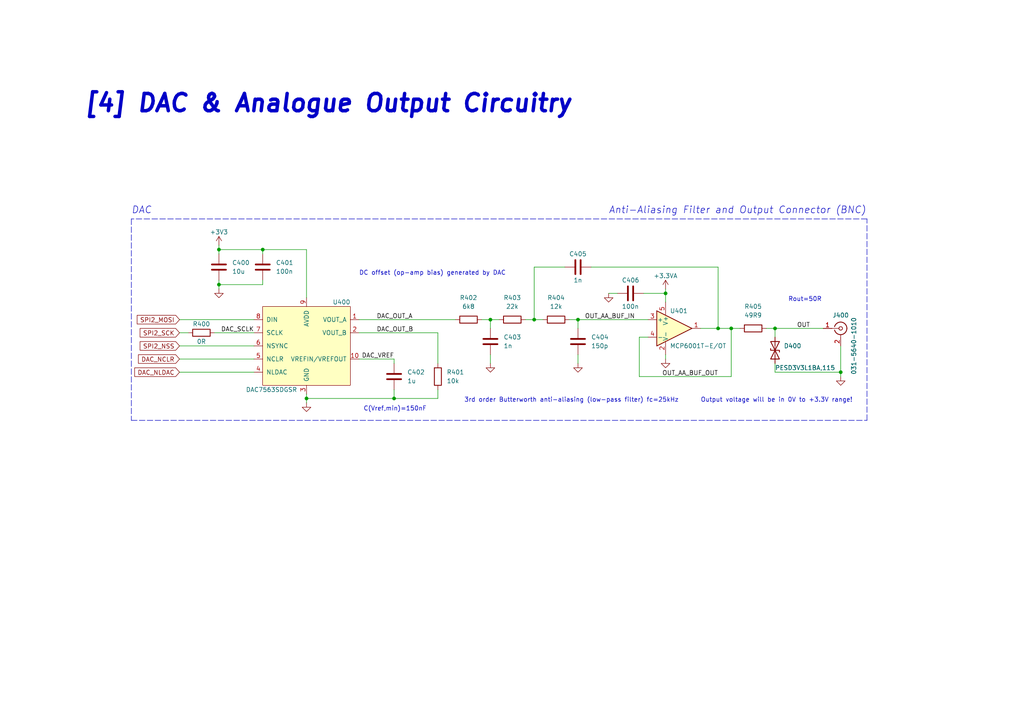
<source format=kicad_sch>
(kicad_sch (version 20211123) (generator eeschema)
  (paper "A4")
  (title_block (title "Mixed-Signal Demo PCB") (rev "0.1") (company "Phil's Lab"))
  (lib_symbols
    (symbol "Amplifier_Operational:MCP6001-OT" (pin_names (offset 0.127))
      (property "Reference" "U" (at -1.27 6.35 0))
      (property "Value" "MCP6001-OT" (at -1.27 3.81 0))
      (symbol "MCP6001-OT_0_1"
        (polyline (pts (xy -5.08 5.08) (xy 5.08 0) (xy -5.08 -5.08) (xy -5.08 5.08)) (stroke (width 0.254)) (fill (type background)))
        (pin power_in line (at -2.54 -7.62 90) (length 3.81) (name "V-") (number "2"))
        (pin power_in line (at -2.54 7.62 270) (length 3.81) (name "V+") (number "5"))
      )
      (symbol "MCP6001-OT_1_1"
        (pin output line (at 7.62 0 180) (length 2.54) (name "~") (number "1"))
        (pin input line (at -7.62 2.54 0) (length 2.54) (name "+") (number "3"))
        (pin input line (at -7.62 -2.54 0) (length 2.54) (name "-") (number "4"))
      )
    )
    (symbol "Connector:Conn_Coaxial" (pin_names (offset 1.016) hide)
      (property "Reference" "J" (at 0.254 3.048 0))
      (property "Value" "Conn_Coaxial" (at 2.921 0 90))
      (symbol "Conn_Coaxial_0_1"
        (arc (start -1.778 -0.508) (mid 0.222 -1.808) (end 1.778 0) (stroke (width 0.254)))
        (polyline (pts (xy -2.54 0) (xy -0.508 0)))
        (polyline (pts (xy 0 -2.54) (xy 0 -1.778)))
        (circle (center 0 0) (radius 0.508) (stroke (width 0.2032)))
        (arc (start 1.778 0) (mid 0.222 1.8083) (end -1.778 0.508) (stroke (width 0.254)))
      )
      (symbol "Conn_Coaxial_1_1"
        (pin passive line (at -5.08 0 0) (length 2.54) (name "In") (number "1"))
        (pin passive line (at 0 -5.08 90) (length 2.54) (name "Ext") (number "2"))
      )
    )
    (symbol "Device:C" (pin_numbers hide) (pin_names (offset 0.254))
      (property "Reference" "C" (at 0.635 2.54 0))
      (property "Value" "C" (at 0.635 -2.54 0))
      (symbol "C_0_1"
        (polyline (pts (xy -2.032 -0.762) (xy 2.032 -0.762)) (stroke (width 0.508)))
        (polyline (pts (xy -2.032 0.762) (xy 2.032 0.762)) (stroke (width 0.508)))
      )
      (symbol "C_1_1"
        (pin passive line (at 0 3.81 270) (length 2.794) (name "~") (number "1"))
        (pin passive line (at 0 -3.81 90) (length 2.794) (name "~") (number "2"))
      )
    )
    (symbol "Device:D_TVS" (pin_numbers hide) (pin_names (offset 1.016) hide)
      (property "Reference" "D" (at 0 2.54 0))
      (property "Value" "D_TVS" (at 0 -2.54 0))
      (symbol "D_TVS_0_1"
        (polyline (pts (xy 1.27 0) (xy -1.27 0)))
        (polyline (pts (xy 0.508 1.27) (xy 0 1.27) (xy 0 -1.27) (xy -0.508 -1.27)) (stroke (width 0.254)))
        (polyline (pts (xy -2.54 1.27) (xy -2.54 -1.27) (xy 2.54 1.27) (xy 2.54 -1.27) (xy -2.54 1.27)) (stroke (width 0.254)))
      )
      (symbol "D_TVS_1_1"
        (pin passive line (at -3.81 0 0) (length 2.54) (name "A1") (number "1"))
        (pin passive line (at 3.81 0 180) (length 2.54) (name "A2") (number "2"))
      )
    )
    (symbol "Device:R" (pin_numbers hide) (pin_names (offset 0))
      (property "Reference" "R" (at 2.032 0 90))
      (property "Value" "R" (at 0 0 90))
      (symbol "R_0_1"
        (rectangle (start -1.016 -2.54) (end 1.016 2.54) (stroke (width 0.254)))
      )
      (symbol "R_1_1"
        (pin passive line (at 0 3.81 270) (length 1.27) (name "~") (number "1"))
        (pin passive line (at 0 -3.81 90) (length 1.27) (name "~") (number "2"))
      )
    )
    (symbol "PhilsLab-KiCad-Symbols:DAC7563SDGSR" (pin_names (offset 1.016))
      (property "Reference" "U" (at 11.43 12.7 0))
      (property "Value" "PhilsLab-KiCad-Symbols_DAC7563SDGSR" (at 8.89 -12.7 0))
      (symbol "DAC7563SDGSR_0_0"
        (pin output line (at -15.24 7.62 0) (length 2.54) (name "VOUT_A") (number "1"))
        (pin bidirectional line (at -15.24 -3.81 0) (length 2.54) (name "VREFIN/VREFOUT") (number "10"))
        (pin output line (at -15.24 3.81 0) (length 2.54) (name "VOUT_B") (number "2"))
        (pin power_in line (at 0 -13.97 90) (length 2.54) (name "GND") (number "3"))
        (pin input line (at 15.24 -7.62 180) (length 2.54) (name "NLDAC") (number "4"))
        (pin input line (at 15.24 -3.81 180) (length 2.54) (name "NCLR") (number "5"))
        (pin input line (at 15.24 0 180) (length 2.54) (name "NSYNC") (number "6"))
        (pin input line (at 15.24 3.81 180) (length 2.54) (name "SCLK") (number "7"))
        (pin input line (at 15.24 7.62 180) (length 2.54) (name "DIN") (number "8"))
        (pin power_in line (at 0 13.97 270) (length 2.54) (name "AVDD") (number "9"))
      )
      (symbol "DAC7563SDGSR_0_1"
        (rectangle (start -12.7 11.43) (end 12.7 -11.43) (fill (type background)))
      )
    )
    (symbol "power:+3.3VA" (power) (pin_names (offset 0))
      (property "Value" "+3.3VA" (at 0 3.556 0))
      (symbol "+3.3VA_0_1"
        (polyline (pts (xy -0.762 1.27) (xy 0 2.54)))
        (polyline (pts (xy 0 0) (xy 0 2.54)))
        (polyline (pts (xy 0 2.54) (xy 0.762 1.27)))
      )
      (symbol "+3.3VA_1_1"
        (pin power_in line (at 0 0 90) (length 0) hide (name "+3.3VA") (number "1"))
      )
    )
    (symbol "power:+3V3" (power) (pin_names (offset 0))
      (property "Value" "+3V3" (at 0 3.556 0))
      (symbol "+3V3_0_1"
        (polyline (pts (xy -0.762 1.27) (xy 0 2.54)))
        (polyline (pts (xy 0 0) (xy 0 2.54)))
        (polyline (pts (xy 0 2.54) (xy 0.762 1.27)))
      )
      (symbol "+3V3_1_1"
        (pin power_in line (at 0 0 90) (length 0) hide (name "+3V3") (number "1"))
      )
    )
    (symbol "power:GND" (power) (pin_names (offset 0))
      (property "Value" "GND" (at 0 -3.81 0))
      (symbol "GND_0_1"
        (polyline (pts (xy 0 0) (xy 0 -1.27) (xy 1.27 -1.27) (xy 0 -2.54) (xy -1.27 -1.27) (xy 0 -1.27)))
      )
      (symbol "GND_1_1"
        (pin power_in line (at 0 0 270) (length 0) hide (name "GND") (number "1"))
      )
    )
  )
  (junction (at 193.04 85.09))
  (junction (at 88.9 115.57))
  (junction (at 63.5 82.55))
  (junction (at 224.79 95.25))
  (junction (at 208.28 95.25))
  (junction (at 167.64 92.71))
  (junction (at 154.94 92.71))
  (junction (at 212.09 95.25))
  (junction (at 63.5 72.39))
  (junction (at 76.2 72.39))
  (junction (at 114.3 115.57))
  (junction (at 142.24 92.71))
  (junction (at 243.84 107.95))
  (wire (pts (xy 152.4 92.71) (xy 154.94 92.71)))
  (wire (pts (xy 144.78 92.71) (xy 142.24 92.71)))
  (wire (pts (xy 187.96 97.79) (xy 185.42 97.79)))
  (wire (pts (xy 88.9 72.39) (xy 88.9 86.36)))
  (wire (pts (xy 142.24 95.25) (xy 142.24 92.71)))
  (wire (pts (xy 88.9 116.84) (xy 88.9 115.57)))
  (wire (pts (xy 114.3 115.57) (xy 114.3 113.03)))
  (wire (pts (xy 176.53 85.09) (xy 179.07 85.09)))
  (wire (pts (xy 185.42 97.79) (xy 185.42 109.22)))
  (wire (pts (xy 167.64 95.25) (xy 167.64 92.71)))
  (polyline (pts (xy 38.1 63.5) (xy 38.1 121.92)))
  (wire (pts (xy 185.42 109.22) (xy 212.09 109.22)))
  (wire (pts (xy 187.96 92.71) (xy 167.64 92.71)))
  (wire (pts (xy 76.2 72.39) (xy 88.9 72.39)))
  (wire (pts (xy 88.9 115.57) (xy 88.9 114.3)))
  (wire (pts (xy 222.25 95.25) (xy 224.79 95.25)))
  (wire (pts (xy 167.64 102.87) (xy 167.64 105.41)))
  (wire (pts (xy 52.07 92.71) (xy 73.66 92.71)))
  (wire (pts (xy 193.04 85.09) (xy 193.04 83.82)))
  (wire (pts (xy 224.79 107.95) (xy 224.79 105.41)))
  (wire (pts (xy 63.5 82.55) (xy 63.5 81.28)))
  (wire (pts (xy 186.69 85.09) (xy 193.04 85.09)))
  (wire (pts (xy 142.24 102.87) (xy 142.24 105.41)))
  (wire (pts (xy 63.5 83.82) (xy 63.5 82.55)))
  (wire (pts (xy 132.08 92.71) (xy 104.14 92.71)))
  (wire (pts (xy 52.07 104.14) (xy 73.66 104.14)))
  (wire (pts (xy 73.66 96.52) (xy 62.23 96.52)))
  (wire (pts (xy 114.3 115.57) (xy 127 115.57)))
  (wire (pts (xy 63.5 72.39) (xy 63.5 73.66)))
  (wire (pts (xy 88.9 115.57) (xy 114.3 115.57)))
  (wire (pts (xy 52.07 100.33) (xy 73.66 100.33)))
  (wire (pts (xy 52.07 107.95) (xy 73.66 107.95)))
  (wire (pts (xy 167.64 92.71) (xy 165.1 92.71)))
  (wire (pts (xy 208.28 95.25) (xy 203.2 95.25)))
  (wire (pts (xy 224.79 107.95) (xy 243.84 107.95)))
  (polyline (pts (xy 38.1 121.92) (xy 251.46 121.92)))
  (wire (pts (xy 212.09 95.25) (xy 208.28 95.25)))
  (wire (pts (xy 54.61 96.52) (xy 52.07 96.52)))
  (wire (pts (xy 154.94 77.47) (xy 163.83 77.47)))
  (wire (pts (xy 114.3 104.14) (xy 104.14 104.14)))
  (wire (pts (xy 154.94 92.71) (xy 154.94 77.47)))
  (wire (pts (xy 127 105.41) (xy 127 96.52)))
  (wire (pts (xy 214.63 95.25) (xy 212.09 95.25)))
  (wire (pts (xy 208.28 77.47) (xy 208.28 95.25)))
  (wire (pts (xy 127 96.52) (xy 104.14 96.52)))
  (wire (pts (xy 212.09 109.22) (xy 212.09 95.25)))
  (wire (pts (xy 171.45 77.47) (xy 208.28 77.47)))
  (polyline (pts (xy 251.46 121.92) (xy 251.46 63.5)))
  (wire (pts (xy 114.3 105.41) (xy 114.3 104.14)))
  (wire (pts (xy 127 115.57) (xy 127 113.03)))
  (wire (pts (xy 63.5 82.55) (xy 76.2 82.55)))
  (wire (pts (xy 157.48 92.71) (xy 154.94 92.71)))
  (wire (pts (xy 193.04 85.09) (xy 193.04 87.63)))
  (polyline (pts (xy 251.46 63.5) (xy 38.1 63.5)))
  (wire (pts (xy 193.04 104.14) (xy 193.04 102.87)))
  (wire (pts (xy 63.5 71.12) (xy 63.5 72.39)))
  (wire (pts (xy 63.5 72.39) (xy 76.2 72.39)))
  (wire (pts (xy 243.84 107.95) (xy 243.84 109.22)))
  (wire (pts (xy 224.79 95.25) (xy 238.76 95.25)))
  (wire (pts (xy 142.24 92.71) (xy 139.7 92.71)))
  (wire (pts (xy 224.79 97.79) (xy 224.79 95.25)))
  (wire (pts (xy 243.84 100.33) (xy 243.84 107.95)))
  (wire (pts (xy 76.2 72.39) (xy 76.2 73.66)))
  (wire (pts (xy 76.2 82.55) (xy 76.2 81.28)))
  (text "[4] DAC & Analogue Output Circuitry" (at 24.13 33.02 0) (effects (font (size 5.0038 5.0038) (thickness 1.0008) bold italic) (justify left bottom)))
  (text "Anti-Aliasing Filter and Output Connector (BNC)" (at 176.53 62.23 0) (effects (font (size 2.0066 2.0066) italic) (justify left bottom)))
  (text "Rout=50R" (at 228.6 87.63 0) (effects (font (size 1.27 1.27)) (justify left bottom)))
  (text "Output voltage will be in 0V to +3.3V range!" (at 203.2 116.84 0) (effects (font (size 1.27 1.27)) (justify left bottom)))
  (text "DAC" (at 38.1 62.23 0) (effects (font (size 2.0066 2.0066) italic) (justify left bottom)))
  (text "C(Vref,min)=150nF" (at 105.41 119.38 0) (effects (font (size 1.27 1.27)) (justify left bottom)))
  (text "3rd order Butterworth anti-aliasing (low-pass filter) fc=25kHz" (at 134.62 116.84 0) (effects (font (size 1.27 1.27)) (justify left bottom)))
  (text "DC offset (op-amp bias) generated by DAC" (at 104.14 80.01 0) (effects (font (size 1.27 1.27)) (justify left bottom)))
  (label "DAC_OUT_A" (at 109.22 92.71 0))
  (label "DAC_OUT_B" (at 109.22 96.52 0))
  (label "OUT" (at 231.14 95.25 0))
  (label "DAC_VREF" (at 114.3 104.14 180))
  (label "OUT_AA_BUF_OUT" (at 208.28 109.22 180))
  (label "DAC_SCLK" (at 73.66 96.52 180))
  (label "OUT_AA_BUF_IN" (at 184.15 92.71 180))
  (global_label "DAC_NLDAC" (shape input) (at 52.07 107.95 180) (property "Intersheet References" "${INTERSHEET_REFS}" (effects hide)))
  (global_label "SPI2_SCK" (shape input) (at 52.07 96.52 180) (property "Intersheet References" "${INTERSHEET_REFS}" (effects hide)))
  (global_label "SPI2_MOSI" (shape input) (at 52.07 92.71 180) (property "Intersheet References" "${INTERSHEET_REFS}" (effects hide)))
  (global_label "DAC_NCLR" (shape input) (at 52.07 104.14 180) (property "Intersheet References" "${INTERSHEET_REFS}" (effects hide)))
  (global_label "SPI2_NSS" (shape input) (at 52.07 100.33 180) (property "Intersheet References" "${INTERSHEET_REFS}" (effects hide)))
  (symbol (lib_id "Device:R") (at 58.42 96.52 90) (mirror x) (unit 1)
    (property "Reference" "R400" (at 58.42 93.98 90))
    (property "Value" "0R" (at 58.42 99.06 90))
    (property "Footprint" "Resistor_SMD:R_0402_1005Metric" (effects hide))
  )
  (symbol (lib_id "power:+3V3") (at 63.5 71.12 0) (mirror y) (unit 1)
    (property "Reference" "#PWR060" (effects hide))
    (property "Value" "+3V3" (at 63.5 67.31 0))
  )
  (symbol (lib_id "power:GND") (at 88.9 116.84 0) (mirror y) (unit 1)
    (property "Reference" "#PWR068" (effects hide))
    (property "Value" "GND" (effects hide))
  )
  (symbol (lib_id "Device:C") (at 114.3 109.22 0) (unit 1)
    (property "Reference" "C402" (at 118.11 107.95 0) (effects (justify left)))
    (property "Value" "1u" (at 118.11 110.49 0) (effects (justify left)))
    (property "Footprint" "Capacitor_SMD:C_0603_1608Metric" (effects hide))
  )
  (symbol (lib_id "Device:C") (at 63.5 77.47 0) (unit 1)
    (property "Reference" "C400" (at 67.31 76.2 0) (effects (justify left)))
    (property "Value" "10u" (at 67.31 78.74 0) (effects (justify left)))
    (property "Footprint" "Capacitor_SMD:C_0603_1608Metric" (effects hide))
  )
  (symbol (lib_id "PhilsLab-KiCad-Symbols:DAC7563SDGSR") (at 88.9 100.33 0) (mirror y) (unit 1)
    (property "Reference" "U400" (at 99.06 87.63 0))
    (property "Value" "DAC7563SDGSR" (at 78.74 113.03 0))
    (property "Footprint" "Library:VSSOP-10" (effects hide))
  )
  (symbol (lib_id "Device:C") (at 76.2 77.47 0) (unit 1)
    (property "Reference" "C401" (at 80.01 76.2 0) (effects (justify left)))
    (property "Value" "100n" (at 80.01 78.74 0) (effects (justify left)))
    (property "Footprint" "Capacitor_SMD:C_0402_1005Metric" (effects hide))
  )
  (symbol (lib_id "power:GND") (at 63.5 83.82 0) (mirror y) (unit 1)
    (property "Reference" "#PWR061" (effects hide))
    (property "Value" "GND" (effects hide))
  )
  (symbol (lib_id "Device:R") (at 127 109.22 0) (unit 1)
    (property "Reference" "R401" (at 129.54 107.95 0) (effects (justify left)))
    (property "Value" "10k" (at 129.54 110.49 0) (effects (justify left)))
    (property "Footprint" "Resistor_SMD:R_0402_1005Metric" (effects hide))
  )
  (symbol (lib_id "Amplifier_Operational:MCP6001-OT") (at 195.58 95.25 0) (unit 1)
    (property "Reference" "U401" (at 194.31 90.17 0) (effects (justify left)))
    (property "Value" "MCP6001T-E/OT" (at 194.31 100.33 0) (effects (justify left)))
    (property "Footprint" "Package_TO_SOT_SMD:SOT-23-5" (effects hide))
    (property "Datasheet" "http://ww1.microchip.com/downloads/en/DeviceDoc/21733j.pdf" (effects hide))
  )
  (symbol (lib_id "Device:C") (at 182.88 85.09 270) (unit 1)
    (property "Reference" "C406" (at 180.34 81.28 90) (effects (justify left)))
    (property "Value" "100n" (at 180.34 88.9 90) (effects (justify left)))
    (property "Footprint" "Capacitor_SMD:C_0402_1005Metric" (effects hide))
  )
  (symbol (lib_id "power:GND") (at 193.04 104.14 0) (unit 1)
    (property "Reference" "#PWR064" (effects hide))
    (property "Value" "GND" (effects hide))
  )
  (symbol (lib_id "power:GND") (at 176.53 85.09 0) (unit 1)
    (property "Reference" "#PWR063" (effects hide))
    (property "Value" "GND" (effects hide))
  )
  (symbol (lib_id "Device:R") (at 135.89 92.71 270) (unit 1)
    (property "Reference" "R402" (at 135.89 86.36 90))
    (property "Value" "6k8" (at 135.89 88.9 90))
    (property "Footprint" "Resistor_SMD:R_0402_1005Metric" (effects hide))
  )
  (symbol (lib_id "Device:C") (at 142.24 99.06 0) (unit 1)
    (property "Reference" "C403" (at 146.05 97.79 0) (effects (justify left)))
    (property "Value" "1n" (at 146.05 100.33 0) (effects (justify left)))
    (property "Footprint" "Capacitor_SMD:C_0402_1005Metric" (effects hide))
  )
  (symbol (lib_id "Device:R") (at 148.59 92.71 270) (unit 1)
    (property "Reference" "R403" (at 148.59 86.36 90))
    (property "Value" "22k" (at 148.59 88.9 90))
    (property "Footprint" "Resistor_SMD:R_0402_1005Metric" (effects hide))
  )
  (symbol (lib_id "power:GND") (at 142.24 105.41 0) (unit 1)
    (property "Reference" "#PWR065" (effects hide))
    (property "Value" "GND" (effects hide))
  )
  (symbol (lib_id "Device:R") (at 161.29 92.71 270) (unit 1)
    (property "Reference" "R404" (at 161.29 86.36 90))
    (property "Value" "12k" (at 161.29 88.9 90))
    (property "Footprint" "Resistor_SMD:R_0402_1005Metric" (effects hide))
  )
  (symbol (lib_id "Device:C") (at 167.64 99.06 0) (unit 1)
    (property "Reference" "C404" (at 171.45 97.79 0) (effects (justify left)))
    (property "Value" "150p" (at 171.45 100.33 0) (effects (justify left)))
    (property "Footprint" "Capacitor_SMD:C_0402_1005Metric" (effects hide))
  )
  (symbol (lib_id "Device:R") (at 218.44 95.25 270) (unit 1)
    (property "Reference" "R405" (at 218.44 88.9 90))
    (property "Value" "49R9" (at 218.44 91.44 90))
    (property "Footprint" "Resistor_SMD:R_0402_1005Metric" (effects hide))
  )
  (symbol (lib_id "power:GND") (at 167.64 105.41 0) (unit 1)
    (property "Reference" "#PWR066" (effects hide))
    (property "Value" "GND" (effects hide))
  )
  (symbol (lib_id "power:+3.3VA") (at 193.04 83.82 0) (unit 1)
    (property "Reference" "#PWR062" (effects hide))
    (property "Value" "+3.3VA" (at 193.04 80.01 0))
  )
  (symbol (lib_id "Device:D_TVS") (at 224.79 101.6 270) (unit 1)
    (property "Reference" "D400" (at 227.33 100.33 90) (effects (justify left)))
    (property "Value" "PESD3V3L1BA,115" (at 224.79 106.68 90) (effects (justify left)))
    (property "Footprint" "Diode_SMD:D_SOD-323" (effects hide))
  )
  (symbol (lib_id "Connector:Conn_Coaxial") (at 243.84 95.25 0) (unit 1)
    (property "Reference" "J400" (at 243.84 91.44 0))
    (property "Value" "031-5640-1010" (at 247.65 100.33 90))
    (property "Footprint" "Library:AMPHENOL-BNC-031-5640-1010" (effects hide))
    (property "Datasheet" " ~" (effects hide))
  )
  (symbol (lib_id "power:GND") (at 243.84 109.22 0) (unit 1)
    (property "Reference" "#PWR067" (effects hide))
    (property "Value" "GND" (effects hide))
  )
  (symbol (lib_id "Device:C") (at 167.64 77.47 90) (unit 1)
    (property "Reference" "C405" (at 170.18 73.66 90) (effects (justify left)))
    (property "Value" "1n" (at 168.91 81.28 90) (effects (justify left)))
    (property "Footprint" "Capacitor_SMD:C_0402_1005Metric" (effects hide))
  )
)
</source>
